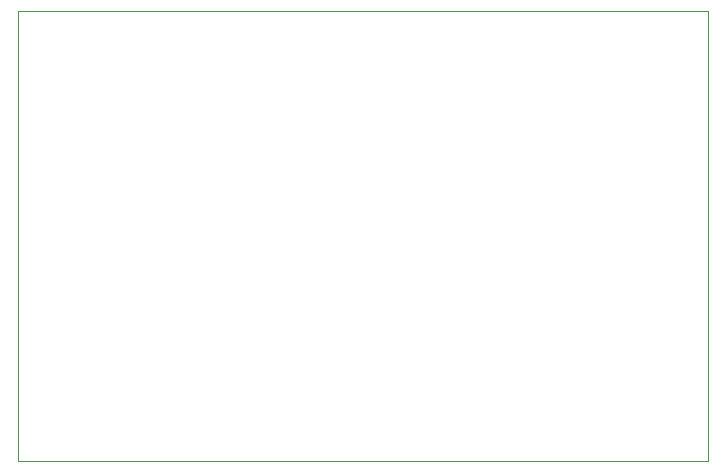
<source format=gbr>
G04 #@! TF.GenerationSoftware,KiCad,Pcbnew,5.1.5-52549c5~86~ubuntu18.04.1*
G04 #@! TF.CreationDate,2020-09-14T13:58:43-05:00*
G04 #@! TF.ProjectId,C04,4330342e-6b69-4636-9164-5f7063625858,rev?*
G04 #@! TF.SameCoordinates,Original*
G04 #@! TF.FileFunction,Profile,NP*
%FSLAX46Y46*%
G04 Gerber Fmt 4.6, Leading zero omitted, Abs format (unit mm)*
G04 Created by KiCad (PCBNEW 5.1.5-52549c5~86~ubuntu18.04.1) date 2020-09-14 13:58:43*
%MOMM*%
%LPD*%
G04 APERTURE LIST*
%ADD10C,0.050000*%
G04 APERTURE END LIST*
D10*
X78420000Y-20000000D02*
X78420000Y-58100000D01*
X20000000Y-58100000D02*
X78420000Y-58100000D01*
X20000000Y-20000000D02*
X78420000Y-20000000D01*
X20000000Y-20000000D02*
X20000000Y-58100000D01*
M02*

</source>
